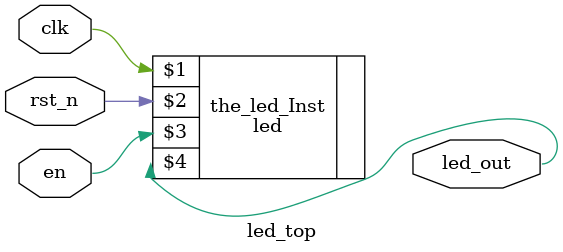
<source format=v>
`timescale 1ns/10ps

module led_top(
    input wire clk,rst_n,
    input wire en,
    output wire led_out
);
    led #(100000000) the_led_Inst(clk,rst_n,en,led_out);
endmodule
</source>
